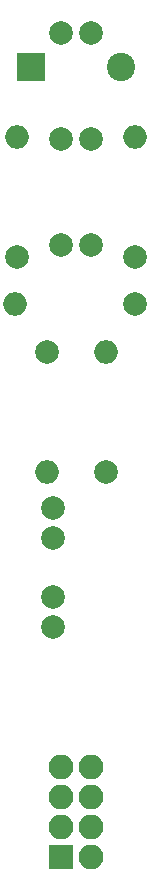
<source format=gts>
G04 #@! TF.FileFunction,Soldermask,Top*
%FSLAX46Y46*%
G04 Gerber Fmt 4.6, Leading zero omitted, Abs format (unit mm)*
G04 Created by KiCad (PCBNEW 4.0.6-e0-6349~53~ubuntu16.04.1) date Tue May  9 17:32:05 2017*
%MOMM*%
%LPD*%
G01*
G04 APERTURE LIST*
%ADD10C,0.100000*%
%ADD11R,2.100000X2.100000*%
%ADD12O,2.100000X2.100000*%
%ADD13C,2.000000*%
%ADD14O,2.000000X2.000000*%
%ADD15R,2.400000X2.400000*%
%ADD16C,2.400000*%
G04 APERTURE END LIST*
D10*
D11*
X6730000Y2190000D03*
D12*
X9270000Y2190000D03*
X6730000Y4730000D03*
X9270000Y4730000D03*
X6730000Y7270000D03*
X9270000Y7270000D03*
X6730000Y9810000D03*
X9270000Y9810000D03*
D13*
X13000000Y53000000D03*
D14*
X13000000Y63160000D03*
D13*
X3000000Y53000000D03*
D14*
X3000000Y63160000D03*
D13*
X13000000Y49000000D03*
D14*
X2840000Y49000000D03*
D13*
X5500000Y45000000D03*
D14*
X5500000Y34840000D03*
D13*
X10500000Y34840000D03*
D14*
X10500000Y45000000D03*
D15*
X4200000Y69100000D03*
D16*
X11800000Y69100000D03*
D13*
X6730000Y63000000D03*
X9270000Y63000000D03*
X6730000Y54000000D03*
X9270000Y54000000D03*
X6000000Y31770000D03*
X6000000Y29230000D03*
X6000000Y24270000D03*
X6000000Y21730000D03*
X6730000Y72000000D03*
X9270000Y72000000D03*
M02*

</source>
